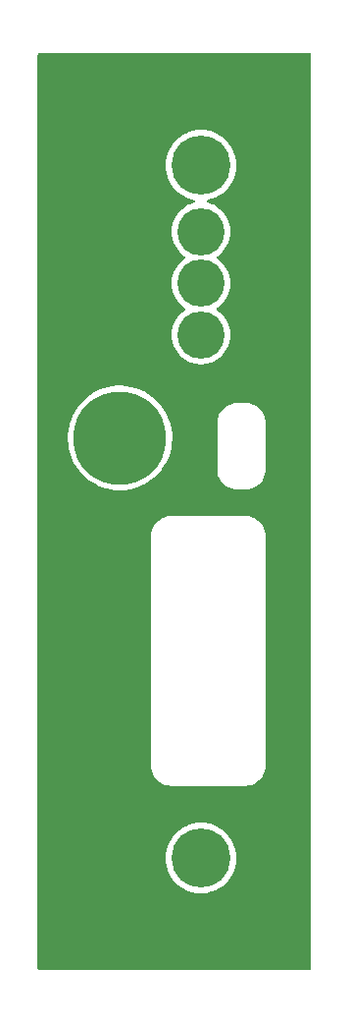
<source format=gbr>
%TF.GenerationSoftware,KiCad,Pcbnew,(6.0.4)*%
%TF.CreationDate,2022-06-06T18:53:01+03:00*%
%TF.ProjectId,PSU2_frontal,50535532-5f66-4726-9f6e-74616c2e6b69,rev?*%
%TF.SameCoordinates,Original*%
%TF.FileFunction,Copper,L2,Bot*%
%TF.FilePolarity,Positive*%
%FSLAX46Y46*%
G04 Gerber Fmt 4.6, Leading zero omitted, Abs format (unit mm)*
G04 Created by KiCad (PCBNEW (6.0.4)) date 2022-06-06 18:53:01*
%MOMM*%
%LPD*%
G01*
G04 APERTURE LIST*
%TA.AperFunction,ComponentPad*%
%ADD10C,4.064000*%
%TD*%
%TA.AperFunction,ComponentPad*%
%ADD11C,8.000000*%
%TD*%
%TA.AperFunction,ComponentPad*%
%ADD12C,5.080000*%
%TD*%
G04 APERTURE END LIST*
D10*
%TO.P,J10,*%
%TO.N,*%
X122555000Y-68707000D03*
%TD*%
%TO.P,J17,*%
%TO.N,*%
X122555000Y-73152000D03*
%TD*%
%TO.P,J17,*%
%TO.N,*%
X122555000Y-77597000D03*
%TD*%
D11*
%TO.P,J9,*%
%TO.N,*%
X115570000Y-86487000D03*
%TD*%
D12*
%TO.P,J1,*%
%TO.N,*%
X122555000Y-62992000D03*
%TD*%
%TO.P,J2,*%
%TO.N,*%
X122555000Y-122682000D03*
%TD*%
%TA.AperFunction,NonConductor*%
G36*
X132021621Y-53360502D02*
G01*
X132068114Y-53414158D01*
X132079500Y-53466500D01*
X132079500Y-132207500D01*
X132059498Y-132275621D01*
X132005842Y-132322114D01*
X131953500Y-132333500D01*
X108584500Y-132333500D01*
X108516379Y-132313498D01*
X108469886Y-132259842D01*
X108458500Y-132207500D01*
X108458500Y-122639369D01*
X119501995Y-122639369D01*
X119516269Y-122979950D01*
X119568419Y-123316817D01*
X119657794Y-123645772D01*
X119783280Y-123962714D01*
X119943314Y-124263693D01*
X119945299Y-124266592D01*
X120133909Y-124542051D01*
X120133914Y-124542057D01*
X120135900Y-124544958D01*
X120358638Y-124803002D01*
X120608751Y-125034610D01*
X120883124Y-125236895D01*
X121178334Y-125407335D01*
X121258185Y-125442221D01*
X121487482Y-125542399D01*
X121487492Y-125542403D01*
X121490704Y-125543806D01*
X121494061Y-125544845D01*
X121494066Y-125544847D01*
X121812979Y-125643567D01*
X121816339Y-125644607D01*
X121819795Y-125645266D01*
X121819794Y-125645266D01*
X122147730Y-125707823D01*
X122147735Y-125707824D01*
X122151181Y-125708481D01*
X122375197Y-125725718D01*
X122487559Y-125734364D01*
X122487560Y-125734364D01*
X122491056Y-125734633D01*
X122703407Y-125727218D01*
X122828214Y-125722860D01*
X122828219Y-125722860D01*
X122831729Y-125722737D01*
X123000341Y-125697838D01*
X123165473Y-125673454D01*
X123165478Y-125673453D01*
X123168952Y-125672940D01*
X123172344Y-125672044D01*
X123172348Y-125672043D01*
X123495132Y-125586760D01*
X123495133Y-125586760D01*
X123498523Y-125585864D01*
X123816333Y-125462593D01*
X124118422Y-125304665D01*
X124401024Y-125114047D01*
X124660617Y-124893116D01*
X124747738Y-124800342D01*
X124891555Y-124647193D01*
X124891559Y-124647188D01*
X124893966Y-124644625D01*
X124896071Y-124641811D01*
X124896077Y-124641804D01*
X125096052Y-124374491D01*
X125098161Y-124371672D01*
X125270658Y-124077658D01*
X125409306Y-123766249D01*
X125512378Y-123441326D01*
X125578588Y-123106938D01*
X125607113Y-122767253D01*
X125608303Y-122682000D01*
X125589275Y-122341652D01*
X125532426Y-122005545D01*
X125519560Y-121960674D01*
X125439436Y-121681250D01*
X125438467Y-121677870D01*
X125392757Y-121566969D01*
X125309906Y-121365956D01*
X125309902Y-121365948D01*
X125308568Y-121362711D01*
X125144348Y-121063996D01*
X124947854Y-120785448D01*
X124721534Y-120530538D01*
X124468211Y-120302445D01*
X124465361Y-120300404D01*
X124465354Y-120300399D01*
X124193896Y-120106054D01*
X124193893Y-120106052D01*
X124191042Y-120104011D01*
X123893480Y-119937709D01*
X123579235Y-119805613D01*
X123575872Y-119804623D01*
X123575863Y-119804620D01*
X123374552Y-119745372D01*
X123252224Y-119709369D01*
X122969043Y-119659436D01*
X122919983Y-119650785D01*
X122919981Y-119650785D01*
X122916523Y-119650175D01*
X122913014Y-119649954D01*
X122913012Y-119649954D01*
X122579834Y-119628992D01*
X122579828Y-119628992D01*
X122576316Y-119628771D01*
X122479891Y-119633487D01*
X122239350Y-119645251D01*
X122239342Y-119645252D01*
X122235843Y-119645423D01*
X122232375Y-119645985D01*
X122232372Y-119645985D01*
X121902823Y-119699361D01*
X121902820Y-119699362D01*
X121899348Y-119699924D01*
X121895965Y-119700869D01*
X121895963Y-119700869D01*
X121861970Y-119710360D01*
X121571025Y-119791593D01*
X121254967Y-119919289D01*
X120955112Y-120081420D01*
X120675199Y-120275964D01*
X120672557Y-120278277D01*
X120672553Y-120278280D01*
X120436343Y-120485067D01*
X120418716Y-120500498D01*
X120188860Y-120752223D01*
X119988495Y-121028001D01*
X119820121Y-121324394D01*
X119818734Y-121327629D01*
X119818732Y-121327634D01*
X119687219Y-121634477D01*
X119685834Y-121637709D01*
X119587309Y-121964040D01*
X119525773Y-122299320D01*
X119501995Y-122639369D01*
X108458500Y-122639369D01*
X108458500Y-114671963D01*
X118222245Y-114671963D01*
X118222935Y-114676780D01*
X118222935Y-114676784D01*
X118223086Y-114677838D01*
X118224037Y-114686711D01*
X118241126Y-114925714D01*
X118295197Y-115174299D01*
X118296773Y-115178523D01*
X118296773Y-115178525D01*
X118370239Y-115375504D01*
X118384096Y-115412659D01*
X118506011Y-115635941D01*
X118658462Y-115839600D01*
X118838345Y-116019490D01*
X118841952Y-116022190D01*
X118841954Y-116022192D01*
X119038384Y-116169245D01*
X119038389Y-116169248D01*
X119041998Y-116171950D01*
X119045955Y-116174111D01*
X119045960Y-116174114D01*
X119261322Y-116291716D01*
X119261329Y-116291719D01*
X119265275Y-116293874D01*
X119269487Y-116295445D01*
X119269489Y-116295446D01*
X119499413Y-116381209D01*
X119499417Y-116381210D01*
X119503631Y-116382782D01*
X119603321Y-116404470D01*
X119747818Y-116435907D01*
X119747823Y-116435908D01*
X119752214Y-116436863D01*
X119756699Y-116437184D01*
X119756700Y-116437184D01*
X119972619Y-116452631D01*
X119984540Y-116454057D01*
X119988615Y-116454743D01*
X119988617Y-116454743D01*
X119993411Y-116455550D01*
X119999626Y-116455626D01*
X120001098Y-116455644D01*
X120001102Y-116455644D01*
X120005963Y-116455703D01*
X120027417Y-116452631D01*
X120033598Y-116451746D01*
X120051458Y-116450474D01*
X126302720Y-116450474D01*
X126323625Y-116452221D01*
X126328613Y-116453060D01*
X126338608Y-116454742D01*
X126338610Y-116454742D01*
X126343411Y-116455550D01*
X126349687Y-116455627D01*
X126351095Y-116455644D01*
X126351099Y-116455644D01*
X126355963Y-116455703D01*
X126360839Y-116455005D01*
X126361120Y-116454965D01*
X126369983Y-116454015D01*
X126605231Y-116437194D01*
X126609720Y-116436873D01*
X126614111Y-116435918D01*
X126614117Y-116435917D01*
X126773363Y-116401277D01*
X126858312Y-116382799D01*
X126862522Y-116381229D01*
X126862528Y-116381227D01*
X127092460Y-116295469D01*
X127092462Y-116295468D01*
X127096677Y-116293896D01*
X127319963Y-116171975D01*
X127523625Y-116019517D01*
X127703517Y-115839625D01*
X127855975Y-115635963D01*
X127977896Y-115412677D01*
X127991757Y-115375513D01*
X128065227Y-115178528D01*
X128065229Y-115178522D01*
X128066799Y-115174312D01*
X128112678Y-114963396D01*
X128119917Y-114930117D01*
X128119918Y-114930111D01*
X128120873Y-114925720D01*
X128128393Y-114820545D01*
X128136634Y-114705297D01*
X128138058Y-114693387D01*
X128138742Y-114689317D01*
X128139550Y-114684515D01*
X128139703Y-114671963D01*
X128139007Y-114667098D01*
X128135747Y-114644344D01*
X128134474Y-114626479D01*
X128134474Y-104774995D01*
X128143450Y-95049429D01*
X128145197Y-95028638D01*
X128147769Y-95013352D01*
X128147770Y-95013345D01*
X128148576Y-95008552D01*
X128148729Y-94996000D01*
X128147992Y-94990851D01*
X128147041Y-94981984D01*
X128130215Y-94746735D01*
X128129894Y-94742247D01*
X128075817Y-94493659D01*
X127986913Y-94255297D01*
X127864991Y-94032014D01*
X127862294Y-94028411D01*
X127862290Y-94028405D01*
X127715231Y-93831958D01*
X127712534Y-93828355D01*
X127532645Y-93648466D01*
X127489138Y-93615897D01*
X127332595Y-93498710D01*
X127332589Y-93498706D01*
X127328986Y-93496009D01*
X127105703Y-93374087D01*
X127101491Y-93372516D01*
X126871559Y-93286756D01*
X126871556Y-93286755D01*
X126867341Y-93285183D01*
X126862950Y-93284228D01*
X126862944Y-93284226D01*
X126677487Y-93243883D01*
X126618753Y-93231106D01*
X126614265Y-93230785D01*
X126398332Y-93215341D01*
X126386423Y-93213917D01*
X126383749Y-93213467D01*
X126382355Y-93213232D01*
X126382353Y-93213232D01*
X126377552Y-93212424D01*
X126371009Y-93212344D01*
X126369860Y-93212330D01*
X126369857Y-93212330D01*
X126365000Y-93212271D01*
X126343563Y-93215341D01*
X126337376Y-93216227D01*
X126319514Y-93217500D01*
X120068250Y-93217500D01*
X120047345Y-93215754D01*
X120032344Y-93213230D01*
X120032341Y-93213230D01*
X120027552Y-93212424D01*
X120021555Y-93212351D01*
X120019868Y-93212330D01*
X120019864Y-93212330D01*
X120015000Y-93212271D01*
X120010006Y-93212986D01*
X120009851Y-93213008D01*
X120000984Y-93213959D01*
X119765735Y-93230785D01*
X119761247Y-93231106D01*
X119702513Y-93243883D01*
X119517056Y-93284226D01*
X119517050Y-93284228D01*
X119512659Y-93285183D01*
X119508444Y-93286755D01*
X119508441Y-93286756D01*
X119278509Y-93372516D01*
X119274297Y-93374087D01*
X119051014Y-93496009D01*
X119047411Y-93498706D01*
X119047405Y-93498710D01*
X118890862Y-93615897D01*
X118847355Y-93648466D01*
X118667466Y-93828355D01*
X118664769Y-93831958D01*
X118517710Y-94028405D01*
X118517706Y-94028411D01*
X118515009Y-94032014D01*
X118393087Y-94255297D01*
X118304183Y-94493659D01*
X118250106Y-94742247D01*
X118249785Y-94746735D01*
X118233711Y-94971477D01*
X118232787Y-94979630D01*
X118232855Y-94979797D01*
X118231309Y-94989724D01*
X118232018Y-94995146D01*
X118231957Y-94996000D01*
X118232130Y-94996000D01*
X118233323Y-95005125D01*
X118233323Y-95005127D01*
X118235417Y-95021143D01*
X118236480Y-95037535D01*
X118227498Y-114618630D01*
X118225751Y-114639479D01*
X118223205Y-114654610D01*
X118223204Y-114654620D01*
X118222398Y-114659411D01*
X118222245Y-114671963D01*
X108458500Y-114671963D01*
X108458500Y-86644512D01*
X111059433Y-86644512D01*
X111059662Y-86647357D01*
X111059662Y-86647360D01*
X111087465Y-86992910D01*
X111092273Y-87052668D01*
X111161969Y-87456168D01*
X111267949Y-87851691D01*
X111409340Y-88235980D01*
X111584979Y-88605874D01*
X111702260Y-88804186D01*
X111763473Y-88907691D01*
X111793418Y-88958326D01*
X111795080Y-88960630D01*
X111795081Y-88960632D01*
X111946608Y-89170728D01*
X112032944Y-89290436D01*
X112301584Y-89599471D01*
X112597126Y-89882886D01*
X112599344Y-89884656D01*
X112599349Y-89884661D01*
X112646292Y-89922135D01*
X112917139Y-90138349D01*
X112919520Y-90139919D01*
X113209482Y-90331113D01*
X113258989Y-90363757D01*
X113261519Y-90365113D01*
X113261518Y-90365113D01*
X113568340Y-90529630D01*
X113619860Y-90557255D01*
X113996784Y-90717250D01*
X113999522Y-90718129D01*
X114383931Y-90841549D01*
X114383935Y-90841550D01*
X114386657Y-90842424D01*
X114389447Y-90843048D01*
X114389452Y-90843049D01*
X114783477Y-90931125D01*
X114783488Y-90931127D01*
X114786271Y-90931749D01*
X115192335Y-90984487D01*
X115601509Y-91000206D01*
X115604371Y-91000056D01*
X115604372Y-91000056D01*
X116007566Y-90978926D01*
X116007573Y-90978925D01*
X116010422Y-90978776D01*
X116013245Y-90978369D01*
X116013247Y-90978369D01*
X116412889Y-90920780D01*
X116412896Y-90920779D01*
X116415711Y-90920373D01*
X116814038Y-90825478D01*
X116816736Y-90824570D01*
X116816743Y-90824568D01*
X117199414Y-90695785D01*
X117199420Y-90695783D01*
X117202126Y-90694872D01*
X117576779Y-90529630D01*
X117611154Y-90510576D01*
X117873576Y-90365113D01*
X117934914Y-90331113D01*
X118273583Y-90100954D01*
X118494690Y-89919334D01*
X118587779Y-89842870D01*
X118587783Y-89842867D01*
X118589998Y-89841047D01*
X118592036Y-89839038D01*
X118592043Y-89839031D01*
X118848546Y-89586084D01*
X118881555Y-89553533D01*
X118993399Y-89421184D01*
X119144008Y-89242963D01*
X119144013Y-89242957D01*
X119145854Y-89240778D01*
X119185293Y-89184454D01*
X119200291Y-89163035D01*
X123955296Y-89163035D01*
X123955986Y-89167855D01*
X123956008Y-89168185D01*
X123956886Y-89176363D01*
X123974086Y-89416792D01*
X124028169Y-89665382D01*
X124029740Y-89669593D01*
X124029742Y-89669600D01*
X124109961Y-89884661D01*
X124117079Y-89903745D01*
X124119232Y-89907687D01*
X124119233Y-89907690D01*
X124127121Y-89922135D01*
X124239007Y-90127029D01*
X124241702Y-90130629D01*
X124241704Y-90130632D01*
X124248657Y-90139919D01*
X124391470Y-90330688D01*
X124571365Y-90510576D01*
X124775030Y-90663031D01*
X124998319Y-90784950D01*
X125002540Y-90786524D01*
X125002546Y-90786527D01*
X125232458Y-90872275D01*
X125232464Y-90872277D01*
X125236685Y-90873851D01*
X125485278Y-90927924D01*
X125508507Y-90929585D01*
X125705701Y-90943685D01*
X125717611Y-90945109D01*
X125720458Y-90945588D01*
X125726483Y-90946601D01*
X125732866Y-90946679D01*
X125734176Y-90946695D01*
X125734179Y-90946695D01*
X125739035Y-90946754D01*
X125743843Y-90946065D01*
X125743848Y-90946065D01*
X125766655Y-90942798D01*
X125784520Y-90941525D01*
X126320785Y-90941525D01*
X126341687Y-90943271D01*
X126356684Y-90945794D01*
X126356688Y-90945794D01*
X126361483Y-90946601D01*
X126367696Y-90946677D01*
X126369171Y-90946695D01*
X126369175Y-90946695D01*
X126374035Y-90946754D01*
X126378857Y-90946063D01*
X126378859Y-90946063D01*
X126379181Y-90946017D01*
X126388053Y-90945065D01*
X126582913Y-90931125D01*
X126627785Y-90927915D01*
X126876370Y-90873835D01*
X126958908Y-90843049D01*
X127110509Y-90786503D01*
X127110513Y-90786501D01*
X127114728Y-90784929D01*
X127338007Y-90663007D01*
X127541664Y-90510551D01*
X127721551Y-90330664D01*
X127874007Y-90127007D01*
X127995929Y-89903728D01*
X128009792Y-89866563D01*
X128083260Y-89669593D01*
X128083261Y-89669591D01*
X128084835Y-89665370D01*
X128138915Y-89416785D01*
X128154684Y-89196366D01*
X128156109Y-89184454D01*
X128156795Y-89180379D01*
X128156795Y-89180376D01*
X128157601Y-89175587D01*
X128157754Y-89163035D01*
X128153797Y-89135400D01*
X128152525Y-89117540D01*
X128152526Y-85279280D01*
X128154273Y-85258372D01*
X128156794Y-85243392D01*
X128156794Y-85243390D01*
X128157602Y-85238589D01*
X128157755Y-85226037D01*
X128157060Y-85221178D01*
X128156914Y-85220162D01*
X128155962Y-85211284D01*
X128155653Y-85206953D01*
X128138874Y-84972286D01*
X128084803Y-84723701D01*
X128036003Y-84592855D01*
X127997481Y-84489568D01*
X127997478Y-84489562D01*
X127995904Y-84485341D01*
X127873989Y-84262059D01*
X127721538Y-84058400D01*
X127541655Y-83878510D01*
X127448422Y-83808713D01*
X127341616Y-83728755D01*
X127341611Y-83728752D01*
X127338002Y-83726050D01*
X127334045Y-83723889D01*
X127334040Y-83723886D01*
X127118678Y-83606284D01*
X127118671Y-83606281D01*
X127114725Y-83604126D01*
X127110449Y-83602531D01*
X126880587Y-83516791D01*
X126880583Y-83516790D01*
X126876369Y-83515218D01*
X126772980Y-83492725D01*
X126632182Y-83462093D01*
X126632177Y-83462092D01*
X126627786Y-83461137D01*
X126623301Y-83460816D01*
X126623300Y-83460816D01*
X126407381Y-83445369D01*
X126395460Y-83443943D01*
X126391385Y-83443257D01*
X126391383Y-83443257D01*
X126386589Y-83442450D01*
X126380374Y-83442374D01*
X126378902Y-83442356D01*
X126378898Y-83442356D01*
X126374037Y-83442297D01*
X126355579Y-83444940D01*
X126346402Y-83446254D01*
X126328542Y-83447526D01*
X125792280Y-83447526D01*
X125771375Y-83445779D01*
X125758822Y-83443667D01*
X125756392Y-83443258D01*
X125756390Y-83443258D01*
X125751589Y-83442450D01*
X125745313Y-83442374D01*
X125743905Y-83442356D01*
X125743901Y-83442356D01*
X125739037Y-83442297D01*
X125734210Y-83442988D01*
X125734211Y-83442988D01*
X125733880Y-83443035D01*
X125725017Y-83443985D01*
X125489769Y-83460806D01*
X125485280Y-83461127D01*
X125480889Y-83462082D01*
X125480883Y-83462083D01*
X125350286Y-83490491D01*
X125236688Y-83515201D01*
X125232478Y-83516771D01*
X125232472Y-83516773D01*
X125002540Y-83602531D01*
X124998323Y-83604104D01*
X124775037Y-83726025D01*
X124571375Y-83878483D01*
X124391483Y-84058375D01*
X124239025Y-84262037D01*
X124117104Y-84485323D01*
X124115532Y-84489538D01*
X124115531Y-84489540D01*
X124041673Y-84687568D01*
X124028201Y-84723688D01*
X124027245Y-84728084D01*
X123982321Y-84934611D01*
X123974127Y-84972280D01*
X123973806Y-84976770D01*
X123958366Y-85192703D01*
X123956942Y-85204613D01*
X123955450Y-85213485D01*
X123955297Y-85226037D01*
X123955986Y-85230845D01*
X123955986Y-85230850D01*
X123959253Y-85253656D01*
X123960526Y-85271521D01*
X123960525Y-89109785D01*
X123958779Y-89130687D01*
X123955449Y-89150483D01*
X123955296Y-89163035D01*
X119200291Y-89163035D01*
X119379084Y-88907691D01*
X119380719Y-88905356D01*
X119584217Y-88550027D01*
X119726815Y-88238567D01*
X119753485Y-88180316D01*
X119753488Y-88180307D01*
X119754674Y-88177718D01*
X119890685Y-87791492D01*
X119991133Y-87394528D01*
X120055189Y-86990095D01*
X120082326Y-86581520D01*
X120083316Y-86487000D01*
X120064741Y-86077947D01*
X120009169Y-85672260D01*
X119917057Y-85273280D01*
X119898140Y-85215743D01*
X119790057Y-84887005D01*
X119790054Y-84886998D01*
X119789164Y-84884290D01*
X119626542Y-84508492D01*
X119492170Y-84262037D01*
X119431899Y-84151492D01*
X119431895Y-84151485D01*
X119430529Y-84148980D01*
X119350190Y-84028971D01*
X119204332Y-83811090D01*
X119204324Y-83811079D01*
X119202740Y-83808713D01*
X118945049Y-83490491D01*
X118917434Y-83462093D01*
X118661567Y-83198980D01*
X118661563Y-83198976D01*
X118659577Y-83196934D01*
X118657419Y-83195084D01*
X118657409Y-83195075D01*
X118350849Y-82932321D01*
X118350844Y-82932317D01*
X118348675Y-82930458D01*
X118346344Y-82928801D01*
X118346337Y-82928796D01*
X118140663Y-82782632D01*
X118014900Y-82693257D01*
X117788345Y-82561399D01*
X117663474Y-82488722D01*
X117663469Y-82488719D01*
X117661001Y-82487283D01*
X117426846Y-82378095D01*
X117292487Y-82315442D01*
X117292477Y-82315438D01*
X117289891Y-82314232D01*
X117287194Y-82313261D01*
X116907314Y-82176495D01*
X116907305Y-82176492D01*
X116904624Y-82175527D01*
X116642247Y-82107183D01*
X116511140Y-82073032D01*
X116511134Y-82073031D01*
X116508371Y-82072311D01*
X116104395Y-82005433D01*
X116101552Y-82005224D01*
X116101550Y-82005224D01*
X115698865Y-81975653D01*
X115696019Y-81975444D01*
X115526043Y-81978411D01*
X115289458Y-81982540D01*
X115289453Y-81982540D01*
X115286607Y-81982590D01*
X115283774Y-81982898D01*
X115283770Y-81982898D01*
X114954896Y-82018625D01*
X114879527Y-82026813D01*
X114478130Y-82107749D01*
X114475402Y-82108562D01*
X114475391Y-82108565D01*
X114162867Y-82201733D01*
X114085721Y-82224731D01*
X114083060Y-82225795D01*
X114083058Y-82225796D01*
X113858927Y-82315442D01*
X113705529Y-82376797D01*
X113702982Y-82378095D01*
X113343227Y-82561399D01*
X113343222Y-82561402D01*
X113340684Y-82562695D01*
X112994189Y-82780894D01*
X112668896Y-83029599D01*
X112367483Y-83306763D01*
X112092430Y-83610104D01*
X112090706Y-83612391D01*
X112090705Y-83612393D01*
X111887772Y-83881695D01*
X111846002Y-83937125D01*
X111630227Y-84285135D01*
X111628947Y-84287691D01*
X111628942Y-84287700D01*
X111476127Y-84592866D01*
X111446881Y-84651269D01*
X111445840Y-84653925D01*
X111445837Y-84653932D01*
X111355561Y-84884290D01*
X111297473Y-85032513D01*
X111296681Y-85035240D01*
X111296677Y-85035251D01*
X111226715Y-85276063D01*
X111183233Y-85425729D01*
X111105101Y-85827681D01*
X111063721Y-86235060D01*
X111059433Y-86644512D01*
X108458500Y-86644512D01*
X108458500Y-62949369D01*
X119501995Y-62949369D01*
X119516269Y-63289950D01*
X119568419Y-63626817D01*
X119657794Y-63955772D01*
X119783280Y-64272714D01*
X119943314Y-64573693D01*
X119945299Y-64576592D01*
X120133909Y-64852051D01*
X120133914Y-64852057D01*
X120135900Y-64854958D01*
X120358638Y-65113002D01*
X120608751Y-65344610D01*
X120883124Y-65546895D01*
X121178334Y-65717335D01*
X121258185Y-65752221D01*
X121487482Y-65852399D01*
X121487492Y-65852403D01*
X121490704Y-65853806D01*
X121494061Y-65854845D01*
X121494066Y-65854847D01*
X121812979Y-65953567D01*
X121816339Y-65954607D01*
X121975782Y-65985022D01*
X122038948Y-66017434D01*
X122074563Y-66078851D01*
X122071320Y-66149774D01*
X122030249Y-66207684D01*
X121983507Y-66230831D01*
X121772232Y-66285077D01*
X121772224Y-66285080D01*
X121768390Y-66286064D01*
X121764710Y-66287521D01*
X121764707Y-66287522D01*
X121633083Y-66339636D01*
X121471169Y-66403742D01*
X121191041Y-66557744D01*
X120932423Y-66745641D01*
X120699394Y-66964470D01*
X120495629Y-67210779D01*
X120324341Y-67480685D01*
X120322657Y-67484264D01*
X120322653Y-67484271D01*
X120189922Y-67766340D01*
X120188233Y-67769930D01*
X120089449Y-68073954D01*
X120029549Y-68387961D01*
X120009477Y-68707000D01*
X120029549Y-69026039D01*
X120089449Y-69340046D01*
X120188233Y-69644070D01*
X120189920Y-69647656D01*
X120189922Y-69647660D01*
X120322653Y-69929729D01*
X120322657Y-69929736D01*
X120324341Y-69933315D01*
X120495629Y-70203221D01*
X120699394Y-70449530D01*
X120932423Y-70668359D01*
X120935625Y-70670686D01*
X120935627Y-70670687D01*
X121151550Y-70827564D01*
X121194904Y-70883786D01*
X121200979Y-70954522D01*
X121167848Y-71017314D01*
X121151551Y-71031435D01*
X120932423Y-71190641D01*
X120699394Y-71409470D01*
X120495629Y-71655779D01*
X120324341Y-71925685D01*
X120322657Y-71929264D01*
X120322653Y-71929271D01*
X120189922Y-72211340D01*
X120188233Y-72214930D01*
X120089449Y-72518954D01*
X120029549Y-72832961D01*
X120009477Y-73152000D01*
X120029549Y-73471039D01*
X120089449Y-73785046D01*
X120188233Y-74089070D01*
X120189920Y-74092656D01*
X120189922Y-74092660D01*
X120322653Y-74374729D01*
X120322657Y-74374736D01*
X120324341Y-74378315D01*
X120495629Y-74648221D01*
X120699394Y-74894530D01*
X120932423Y-75113359D01*
X120935625Y-75115686D01*
X120935627Y-75115687D01*
X121151550Y-75272564D01*
X121194904Y-75328786D01*
X121200979Y-75399522D01*
X121167848Y-75462314D01*
X121151551Y-75476435D01*
X120932423Y-75635641D01*
X120699394Y-75854470D01*
X120495629Y-76100779D01*
X120324341Y-76370685D01*
X120322657Y-76374264D01*
X120322653Y-76374271D01*
X120189922Y-76656340D01*
X120188233Y-76659930D01*
X120089449Y-76963954D01*
X120029549Y-77277961D01*
X120009477Y-77597000D01*
X120029549Y-77916039D01*
X120089449Y-78230046D01*
X120188233Y-78534070D01*
X120189920Y-78537656D01*
X120189922Y-78537660D01*
X120322653Y-78819729D01*
X120322657Y-78819736D01*
X120324341Y-78823315D01*
X120495629Y-79093221D01*
X120699394Y-79339530D01*
X120932423Y-79558359D01*
X121191041Y-79746256D01*
X121471169Y-79900258D01*
X121633083Y-79964364D01*
X121764707Y-80016478D01*
X121764710Y-80016479D01*
X121768390Y-80017936D01*
X121772224Y-80018920D01*
X121772232Y-80018923D01*
X121964153Y-80068200D01*
X122078017Y-80097435D01*
X122081945Y-80097931D01*
X122081949Y-80097932D01*
X122207642Y-80113810D01*
X122395165Y-80137500D01*
X122714835Y-80137500D01*
X122902358Y-80113810D01*
X123028051Y-80097932D01*
X123028055Y-80097931D01*
X123031983Y-80097435D01*
X123145847Y-80068200D01*
X123337768Y-80018923D01*
X123337776Y-80018920D01*
X123341610Y-80017936D01*
X123345290Y-80016479D01*
X123345293Y-80016478D01*
X123476917Y-79964364D01*
X123638831Y-79900258D01*
X123918959Y-79746256D01*
X124177577Y-79558359D01*
X124410606Y-79339530D01*
X124614371Y-79093221D01*
X124785659Y-78823315D01*
X124787343Y-78819736D01*
X124787347Y-78819729D01*
X124920078Y-78537660D01*
X124920080Y-78537656D01*
X124921767Y-78534070D01*
X125020551Y-78230046D01*
X125080451Y-77916039D01*
X125100523Y-77597000D01*
X125080451Y-77277961D01*
X125020551Y-76963954D01*
X124921767Y-76659930D01*
X124920078Y-76656340D01*
X124787347Y-76374271D01*
X124787343Y-76374264D01*
X124785659Y-76370685D01*
X124614371Y-76100779D01*
X124410606Y-75854470D01*
X124177577Y-75635641D01*
X123958450Y-75476436D01*
X123915096Y-75420214D01*
X123909021Y-75349478D01*
X123942152Y-75286686D01*
X123958450Y-75272564D01*
X124174373Y-75115687D01*
X124174375Y-75115686D01*
X124177577Y-75113359D01*
X124410606Y-74894530D01*
X124614371Y-74648221D01*
X124785659Y-74378315D01*
X124787343Y-74374736D01*
X124787347Y-74374729D01*
X124920078Y-74092660D01*
X124920080Y-74092656D01*
X124921767Y-74089070D01*
X125020551Y-73785046D01*
X125080451Y-73471039D01*
X125100523Y-73152000D01*
X125080451Y-72832961D01*
X125020551Y-72518954D01*
X124921767Y-72214930D01*
X124920078Y-72211340D01*
X124787347Y-71929271D01*
X124787343Y-71929264D01*
X124785659Y-71925685D01*
X124614371Y-71655779D01*
X124410606Y-71409470D01*
X124177577Y-71190641D01*
X123958450Y-71031436D01*
X123915096Y-70975214D01*
X123909021Y-70904478D01*
X123942152Y-70841686D01*
X123958450Y-70827564D01*
X124174373Y-70670687D01*
X124174375Y-70670686D01*
X124177577Y-70668359D01*
X124410606Y-70449530D01*
X124614371Y-70203221D01*
X124785659Y-69933315D01*
X124787343Y-69929736D01*
X124787347Y-69929729D01*
X124920078Y-69647660D01*
X124920080Y-69647656D01*
X124921767Y-69644070D01*
X125020551Y-69340046D01*
X125080451Y-69026039D01*
X125100523Y-68707000D01*
X125080451Y-68387961D01*
X125020551Y-68073954D01*
X124921767Y-67769930D01*
X124920078Y-67766340D01*
X124787347Y-67484271D01*
X124787343Y-67484264D01*
X124785659Y-67480685D01*
X124614371Y-67210779D01*
X124410606Y-66964470D01*
X124177577Y-66745641D01*
X123918959Y-66557744D01*
X123638831Y-66403742D01*
X123476917Y-66339636D01*
X123345293Y-66287522D01*
X123345290Y-66287521D01*
X123341610Y-66286064D01*
X123337771Y-66285078D01*
X123337767Y-66285077D01*
X123134303Y-66232836D01*
X123073297Y-66196522D01*
X123041608Y-66132989D01*
X123049298Y-66062410D01*
X123093926Y-66007193D01*
X123147230Y-65986148D01*
X123168952Y-65982940D01*
X123172344Y-65982044D01*
X123172348Y-65982043D01*
X123495132Y-65896760D01*
X123495133Y-65896760D01*
X123498523Y-65895864D01*
X123816333Y-65772593D01*
X124118422Y-65614665D01*
X124401024Y-65424047D01*
X124660617Y-65203116D01*
X124747738Y-65110342D01*
X124891555Y-64957193D01*
X124891559Y-64957188D01*
X124893966Y-64954625D01*
X124896071Y-64951811D01*
X124896077Y-64951804D01*
X125096052Y-64684491D01*
X125098161Y-64681672D01*
X125270658Y-64387658D01*
X125409306Y-64076249D01*
X125512378Y-63751326D01*
X125578588Y-63416938D01*
X125607113Y-63077253D01*
X125608303Y-62992000D01*
X125589275Y-62651652D01*
X125532426Y-62315545D01*
X125519560Y-62270674D01*
X125439436Y-61991250D01*
X125438467Y-61987870D01*
X125392757Y-61876969D01*
X125309906Y-61675956D01*
X125309902Y-61675948D01*
X125308568Y-61672711D01*
X125144348Y-61373996D01*
X124947854Y-61095448D01*
X124721534Y-60840538D01*
X124468211Y-60612445D01*
X124465361Y-60610404D01*
X124465354Y-60610399D01*
X124193896Y-60416054D01*
X124193893Y-60416052D01*
X124191042Y-60414011D01*
X123893480Y-60247709D01*
X123579235Y-60115613D01*
X123575872Y-60114623D01*
X123575863Y-60114620D01*
X123374552Y-60055372D01*
X123252224Y-60019369D01*
X122969043Y-59969436D01*
X122919983Y-59960785D01*
X122919981Y-59960785D01*
X122916523Y-59960175D01*
X122913014Y-59959954D01*
X122913012Y-59959954D01*
X122579834Y-59938992D01*
X122579828Y-59938992D01*
X122576316Y-59938771D01*
X122479891Y-59943487D01*
X122239350Y-59955251D01*
X122239342Y-59955252D01*
X122235843Y-59955423D01*
X122232375Y-59955985D01*
X122232372Y-59955985D01*
X121902823Y-60009361D01*
X121902820Y-60009362D01*
X121899348Y-60009924D01*
X121895965Y-60010869D01*
X121895963Y-60010869D01*
X121861970Y-60020360D01*
X121571025Y-60101593D01*
X121254967Y-60229289D01*
X120955112Y-60391420D01*
X120675199Y-60585964D01*
X120672557Y-60588277D01*
X120672553Y-60588280D01*
X120436343Y-60795067D01*
X120418716Y-60810498D01*
X120188860Y-61062223D01*
X119988495Y-61338001D01*
X119820121Y-61634394D01*
X119818734Y-61637629D01*
X119818732Y-61637634D01*
X119687219Y-61944477D01*
X119685834Y-61947709D01*
X119587309Y-62274040D01*
X119525773Y-62609320D01*
X119501995Y-62949369D01*
X108458500Y-62949369D01*
X108458500Y-53466500D01*
X108478502Y-53398379D01*
X108532158Y-53351886D01*
X108584500Y-53340500D01*
X131953500Y-53340500D01*
X132021621Y-53360502D01*
G37*
%TD.AperFunction*%
M02*

</source>
